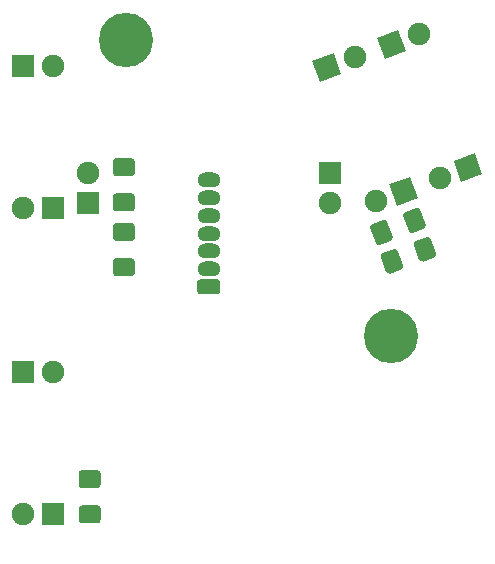
<source format=gbr>
%TF.GenerationSoftware,KiCad,Pcbnew,5.1.6-c6e7f7d~86~ubuntu18.04.1*%
%TF.CreationDate,2021-04-26T01:39:18-07:00*%
%TF.ProjectId,thumb_cluster_right,7468756d-625f-4636-9c75-737465725f72,rev?*%
%TF.SameCoordinates,Original*%
%TF.FileFunction,Soldermask,Bot*%
%TF.FilePolarity,Negative*%
%FSLAX46Y46*%
G04 Gerber Fmt 4.6, Leading zero omitted, Abs format (unit mm)*
G04 Created by KiCad (PCBNEW 5.1.6-c6e7f7d~86~ubuntu18.04.1) date 2021-04-26 01:39:18*
%MOMM*%
%LPD*%
G01*
G04 APERTURE LIST*
%ADD10C,4.600000*%
%ADD11R,1.900000X1.900000*%
%ADD12C,1.900000*%
%ADD13C,0.100000*%
%ADD14O,1.970000X1.270000*%
G04 APERTURE END LIST*
D10*
%TO.C,H2*%
X135731126Y-66312121D03*
%TD*%
%TO.C,H1*%
X158154844Y-91366079D03*
%TD*%
%TO.C,R2*%
G36*
G01*
X136227456Y-83335418D02*
X134912544Y-83335418D01*
G75*
G02*
X134645000Y-83067874I0J267544D01*
G01*
X134645000Y-82077962D01*
G75*
G02*
X134912544Y-81810418I267544J0D01*
G01*
X136227456Y-81810418D01*
G75*
G02*
X136495000Y-82077962I0J-267544D01*
G01*
X136495000Y-83067874D01*
G75*
G02*
X136227456Y-83335418I-267544J0D01*
G01*
G37*
G36*
G01*
X136227456Y-86310418D02*
X134912544Y-86310418D01*
G75*
G02*
X134645000Y-86042874I0J267544D01*
G01*
X134645000Y-85052962D01*
G75*
G02*
X134912544Y-84785418I267544J0D01*
G01*
X136227456Y-84785418D01*
G75*
G02*
X136495000Y-85052962I0J-267544D01*
G01*
X136495000Y-86042874D01*
G75*
G02*
X136227456Y-86310418I-267544J0D01*
G01*
G37*
%TD*%
%TO.C,R5*%
G36*
G01*
X160562548Y-84904481D02*
X160112821Y-83668867D01*
G75*
G02*
X160272725Y-83325953I251409J91505D01*
G01*
X161202938Y-82987384D01*
G75*
G02*
X161545852Y-83147288I91505J-251409D01*
G01*
X161995579Y-84382901D01*
G75*
G02*
X161835675Y-84725815I-251409J-91505D01*
G01*
X160905462Y-85064384D01*
G75*
G02*
X160562548Y-84904480I-91505J251409D01*
G01*
G37*
G36*
G01*
X157766962Y-85921991D02*
X157317235Y-84686377D01*
G75*
G02*
X157477139Y-84343463I251409J91505D01*
G01*
X158407352Y-84004894D01*
G75*
G02*
X158750266Y-84164798I91505J-251409D01*
G01*
X159199993Y-85400411D01*
G75*
G02*
X159040089Y-85743325I-251409J-91505D01*
G01*
X158109876Y-86081894D01*
G75*
G02*
X157766962Y-85921990I-91505J251409D01*
G01*
G37*
%TD*%
%TO.C,R4*%
G36*
G01*
X159679998Y-82479695D02*
X159230271Y-81244081D01*
G75*
G02*
X159390175Y-80901167I251409J91505D01*
G01*
X160320388Y-80562598D01*
G75*
G02*
X160663302Y-80722502I91505J-251409D01*
G01*
X161113029Y-81958115D01*
G75*
G02*
X160953125Y-82301029I-251409J-91505D01*
G01*
X160022912Y-82639598D01*
G75*
G02*
X159679998Y-82479694I-91505J251409D01*
G01*
G37*
G36*
G01*
X156884412Y-83497205D02*
X156434685Y-82261591D01*
G75*
G02*
X156594589Y-81918677I251409J91505D01*
G01*
X157524802Y-81580108D01*
G75*
G02*
X157867716Y-81740012I91505J-251409D01*
G01*
X158317443Y-82975625D01*
G75*
G02*
X158157539Y-83318539I-251409J-91505D01*
G01*
X157227326Y-83657108D01*
G75*
G02*
X156884412Y-83497204I-91505J251409D01*
G01*
G37*
%TD*%
%TO.C,R3*%
G36*
G01*
X134912544Y-79295000D02*
X136227456Y-79295000D01*
G75*
G02*
X136495000Y-79562544I0J-267544D01*
G01*
X136495000Y-80552456D01*
G75*
G02*
X136227456Y-80820000I-267544J0D01*
G01*
X134912544Y-80820000D01*
G75*
G02*
X134645000Y-80552456I0J267544D01*
G01*
X134645000Y-79562544D01*
G75*
G02*
X134912544Y-79295000I267544J0D01*
G01*
G37*
G36*
G01*
X134912544Y-76320000D02*
X136227456Y-76320000D01*
G75*
G02*
X136495000Y-76587544I0J-267544D01*
G01*
X136495000Y-77577456D01*
G75*
G02*
X136227456Y-77845000I-267544J0D01*
G01*
X134912544Y-77845000D01*
G75*
G02*
X134645000Y-77577456I0J267544D01*
G01*
X134645000Y-76587544D01*
G75*
G02*
X134912544Y-76320000I267544J0D01*
G01*
G37*
%TD*%
%TO.C,R1*%
G36*
G01*
X132012544Y-105710416D02*
X133327456Y-105710416D01*
G75*
G02*
X133595000Y-105977960I0J-267544D01*
G01*
X133595000Y-106967872D01*
G75*
G02*
X133327456Y-107235416I-267544J0D01*
G01*
X132012544Y-107235416D01*
G75*
G02*
X131745000Y-106967872I0J267544D01*
G01*
X131745000Y-105977960D01*
G75*
G02*
X132012544Y-105710416I267544J0D01*
G01*
G37*
G36*
G01*
X132012544Y-102735416D02*
X133327456Y-102735416D01*
G75*
G02*
X133595000Y-103002960I0J-267544D01*
G01*
X133595000Y-103992872D01*
G75*
G02*
X133327456Y-104260416I-267544J0D01*
G01*
X132012544Y-104260416D01*
G75*
G02*
X131745000Y-103992872I0J267544D01*
G01*
X131745000Y-103002960D01*
G75*
G02*
X132012544Y-102735416I267544J0D01*
G01*
G37*
%TD*%
D11*
%TO.C,PT2*%
X127030000Y-68524999D03*
D12*
X129570000Y-68524999D03*
%TD*%
D13*
%TO.C,PT5*%
G36*
X157639562Y-67890258D02*
G01*
X156989724Y-66104842D01*
X158775140Y-65455004D01*
X159424978Y-67240420D01*
X157639562Y-67890258D01*
G37*
D12*
X160594170Y-65803900D03*
%TD*%
D13*
%TO.C,PT4*%
G36*
X152189345Y-69873975D02*
G01*
X151539507Y-68088559D01*
X153324923Y-67438721D01*
X153974761Y-69224137D01*
X152189345Y-69873975D01*
G37*
D12*
X155143953Y-67787617D03*
%TD*%
D11*
%TO.C,PT3*%
X152999999Y-77530000D03*
D12*
X152999999Y-80070000D03*
%TD*%
D11*
%TO.C,PT1*%
X127030000Y-94422918D03*
D12*
X129570000Y-94422918D03*
%TD*%
D14*
%TO.C,J1*%
X142750000Y-78200000D03*
X142750000Y-79700000D03*
X142750000Y-81200000D03*
X142750000Y-82700000D03*
X142750000Y-84200000D03*
X142750000Y-85700000D03*
G36*
G01*
X143463633Y-87835000D02*
X142036367Y-87835000D01*
G75*
G02*
X141765000Y-87563633I0J271367D01*
G01*
X141765000Y-86836367D01*
G75*
G02*
X142036367Y-86565000I271367J0D01*
G01*
X143463633Y-86565000D01*
G75*
G02*
X143735000Y-86836367I0J-271367D01*
G01*
X143735000Y-87563633D01*
G75*
G02*
X143463633Y-87835000I-271367J0D01*
G01*
G37*
%TD*%
D11*
%TO.C,IR2*%
X129570000Y-80574999D03*
D12*
X127030000Y-80574999D03*
%TD*%
D13*
%TO.C,IR5*%
G36*
X165283302Y-75909569D02*
G01*
X165933140Y-77694985D01*
X164147724Y-78344823D01*
X163497886Y-76559407D01*
X165283302Y-75909569D01*
G37*
D12*
X162328694Y-77995927D03*
%TD*%
D13*
%TO.C,IR4*%
G36*
X159833085Y-77893286D02*
G01*
X160482923Y-79678702D01*
X158697507Y-80328540D01*
X158047669Y-78543124D01*
X159833085Y-77893286D01*
G37*
D12*
X156878477Y-79979644D03*
%TD*%
D11*
%TO.C,IR3*%
X132500001Y-80070000D03*
D12*
X132500001Y-77530000D03*
%TD*%
D11*
%TO.C,IR1*%
X129570000Y-106472918D03*
D12*
X127030000Y-106472918D03*
%TD*%
M02*

</source>
